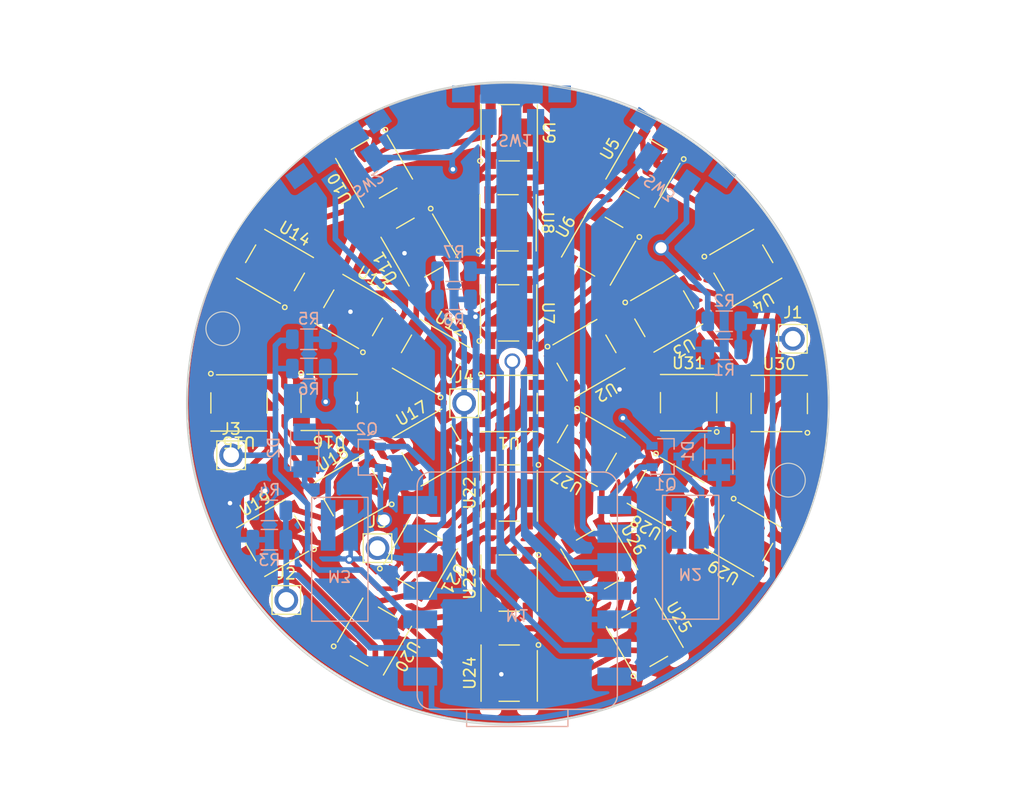
<source format=kicad_pcb>
(kicad_pcb (version 20221018) (generator pcbnew)

  (general
    (thickness 1.6)
  )

  (paper "A4")
  (layers
    (0 "F.Cu" signal)
    (31 "B.Cu" signal)
    (32 "B.Adhes" user "B.Adhesive")
    (33 "F.Adhes" user "F.Adhesive")
    (34 "B.Paste" user)
    (35 "F.Paste" user)
    (36 "B.SilkS" user "B.Silkscreen")
    (37 "F.SilkS" user "F.Silkscreen")
    (38 "B.Mask" user)
    (39 "F.Mask" user)
    (40 "Dwgs.User" user "User.Drawings")
    (41 "Cmts.User" user "User.Comments")
    (42 "Eco1.User" user "User.Eco1")
    (43 "Eco2.User" user "User.Eco2")
    (44 "Edge.Cuts" user)
    (45 "Margin" user)
    (46 "B.CrtYd" user "B.Courtyard")
    (47 "F.CrtYd" user "F.Courtyard")
    (48 "B.Fab" user)
    (49 "F.Fab" user)
    (50 "User.1" user)
    (51 "User.2" user)
    (52 "User.3" user)
    (53 "User.4" user)
    (54 "User.5" user)
    (55 "User.6" user)
    (56 "User.7" user)
    (57 "User.8" user)
    (58 "User.9" user)
  )

  (setup
    (stackup
      (layer "F.SilkS" (type "Top Silk Screen"))
      (layer "F.Paste" (type "Top Solder Paste"))
      (layer "F.Mask" (type "Top Solder Mask") (thickness 0.01))
      (layer "F.Cu" (type "copper") (thickness 0.035))
      (layer "dielectric 1" (type "core") (thickness 1.51) (material "FR4") (epsilon_r 4.5) (loss_tangent 0.02))
      (layer "B.Cu" (type "copper") (thickness 0.035))
      (layer "B.Mask" (type "Bottom Solder Mask") (thickness 0.01))
      (layer "B.Paste" (type "Bottom Solder Paste"))
      (layer "B.SilkS" (type "Bottom Silk Screen"))
      (copper_finish "None")
      (dielectric_constraints no)
    )
    (pad_to_mask_clearance 0)
    (grid_origin 92.096793 0)
    (pcbplotparams
      (layerselection 0x00010fc_ffffffff)
      (plot_on_all_layers_selection 0x0000000_00000000)
      (disableapertmacros false)
      (usegerberextensions false)
      (usegerberattributes true)
      (usegerberadvancedattributes true)
      (creategerberjobfile true)
      (dashed_line_dash_ratio 12.000000)
      (dashed_line_gap_ratio 3.000000)
      (svgprecision 4)
      (plotframeref false)
      (viasonmask false)
      (mode 1)
      (useauxorigin false)
      (hpglpennumber 1)
      (hpglpenspeed 20)
      (hpglpendiameter 15.000000)
      (dxfpolygonmode true)
      (dxfimperialunits true)
      (dxfusepcbnewfont true)
      (psnegative false)
      (psa4output false)
      (plotreference true)
      (plotvalue true)
      (plotinvisibletext false)
      (sketchpadsonfab false)
      (subtractmaskfromsilk false)
      (outputformat 1)
      (mirror false)
      (drillshape 0)
      (scaleselection 1)
      (outputdirectory "gerbers/")
    )
  )

  (net 0 "")
  (net 1 "unconnected-(M1-VUSB-Pad14)")
  (net 2 "GND")
  (net 3 "VCC")
  (net 4 "Net-(U1-DOUT)")
  (net 5 "Net-(U2-DOUT)")
  (net 6 "Net-(U3-DOUT)")
  (net 7 "Net-(U4-DOUT)")
  (net 8 "Net-(U5-DOUT)")
  (net 9 "Net-(U6-DOUT)")
  (net 10 "Net-(U7-DOUT)")
  (net 11 "Net-(U8-DOUT)")
  (net 12 "Net-(U10-DIN)")
  (net 13 "Net-(U10-DOUT)")
  (net 14 "Net-(U11-DOUT)")
  (net 15 "Net-(U12-DOUT)")
  (net 16 "Net-(U13-DOUT)")
  (net 17 "Net-(U14-DOUT)")
  (net 18 "Net-(U15-DOUT)")
  (net 19 "Net-(U16-DOUT)")
  (net 20 "/OUT17")
  (net 21 "Net-(U18-DOUT)")
  (net 22 "Net-(U19-DOUT)")
  (net 23 "Net-(U20-DOUT)")
  (net 24 "Net-(U21-DOUT)")
  (net 25 "Net-(U22-DOUT)")
  (net 26 "Net-(U23-DOUT)")
  (net 27 "Net-(U24-DOUT)")
  (net 28 "Net-(U25-DOUT)")
  (net 29 "Net-(U26-DOUT)")
  (net 30 "/OUT27")
  (net 31 "Net-(U28-DOUT)")
  (net 32 "Net-(U29-DOUT)")
  (net 33 "Net-(U30-DOUT)")
  (net 34 "unconnected-(U31-DOUT-Pad2)")
  (net 35 "Net-(D1-A)")
  (net 36 "Net-(D2-A)")
  (net 37 "/motor1")
  (net 38 "/motor2")
  (net 39 "/SW1")
  (net 40 "/SW2")
  (net 41 "/SW3")
  (net 42 "/cap_input1")
  (net 43 "/cap_input2")
  (net 44 "/cap_input3")
  (net 45 "/cap_input4")
  (net 46 "/cap_output")
  (net 47 "Net-(M1-D10)")

  (footprint "fab:PinHeader_1x01_P2.54mm_Vertical_THT_D1.4mm" (layer "F.Cu") (at 139.796793 68.2))

  (footprint "fab:LED_ADDR_Worldsemi_WS2812B" (layer "F.Cu") (at 100.696793 81.9 30))

  (footprint "fab:LED_ADDR_Worldsemi_WS2812B" (layer "F.Cu") (at 114.582193 73.949 180))

  (footprint "fab:LED_ADDR_Worldsemi_WS2812B" (layer "F.Cu") (at 93.796793 61.9 -30))

  (footprint "fab:LED_ADDR_Worldsemi_WS2812B" (layer "F.Cu") (at 122.657082 60.020913 60))

  (footprint "fab:PinHeader_1x01_P2.54mm_Vertical_THT_D1.4mm" (layer "F.Cu") (at 110.596793 73.925))

  (footprint "fab:LED_ADDR_Worldsemi_WS2812B" (layer "F.Cu") (at 100.73758 65.897908 -30))

  (footprint "fab:LED_ADDR_Worldsemi_WS2812B" (layer "F.Cu") (at 114.596793 97.9 90))

  (footprint "fab:LED_ADDR_Worldsemi_WS2812B" (layer "F.Cu") (at 130.532993 73.8744))

  (footprint "fab:LED_ADDR_Worldsemi_WS2812B" (layer "F.Cu") (at 138.585993 73.949))

  (footprint "fab:LED_ADDR_Worldsemi_WS2812B" (layer "F.Cu") (at 114.596793 49.9 -90))

  (footprint "fab:LED_ADDR_Worldsemi_WS2812B" (layer "F.Cu") (at 107.68858 77.861708 30))

  (footprint "fab:LED_ADDR_Worldsemi_WS2812B" (layer "F.Cu") (at 128.496793 81.9 150))

  (footprint "fab:LED_ADDR_Worldsemi_WS2812B" (layer "F.Cu") (at 114.596793 81.9 90))

  (footprint "fab:LED_ADDR_Worldsemi_WS2812B" (layer "F.Cu") (at 93.796793 85.9 30))

  (footprint "fab:LED_ADDR_Worldsemi_WS2812B" (layer "F.Cu") (at 102.596793 53.1 120))

  (footprint "fab:LED_ADDR_Worldsemi_WS2812B" (layer "F.Cu") (at 107.63758 69.897908 -30))

  (footprint "fab:LED_ADDR_Worldsemi_WS2812B" (layer "F.Cu") (at 135.396793 85.9 150))

  (footprint "fab:LED_ADDR_Worldsemi_WS2812B" (layer "F.Cu") (at 128.366583 65.974408 -150))

  (footprint "fab:PinHeader_1x01_P2.54mm_Vertical_THT_D1.4mm" (layer "F.Cu") (at 89.896793 78.544508))

  (footprint "fab:LED_ADDR_Worldsemi_WS2812B" (layer "F.Cu") (at 102.509685 94.652207 -120))

  (footprint "fab:LED_ADDR_Worldsemi_WS2812B" (layer "F.Cu") (at 126.596793 53.1 60))

  (footprint "fab:LED_ADDR_Worldsemi_WS2812B" (layer "F.Cu") (at 122.596793 87.8 -60))

  (footprint "fab:LED_ADDR_Worldsemi_WS2812B" (layer "F.Cu") (at 106.609685 87.752207 -120))

  (footprint "fab:LED_ADDR_Worldsemi_WS2812B" (layer "F.Cu") (at 114.596793 89.9 90))

  (footprint "fab:LED_ADDR_Worldsemi_WS2812B" (layer "F.Cu") (at 90.596793 73.9 180))

  (footprint "fab:LED_ADDR_Worldsemi_WS2812B" (layer "F.Cu") (at 114.496793 57.9 -90))

  (footprint "fab:LED_ADDR_Worldsemi_WS2812B" (layer "F.Cu") (at 98.607593 73.851 180))

  (footprint "fab:LED_ADDR_Worldsemi_WS2812B" (layer "F.Cu") (at 121.466583 69.9 -150))

  (footprint "fab:LED_ADDR_Worldsemi_WS2812B" (layer "F.Cu") (at 135.396793 61.9 -150))

  (footprint "fab:LED_ADDR_Worldsemi_WS2812B" (layer "F.Cu") (at 126.635085 94.691787 -60))

  (footprint "fab:PinHeader_1x01_P2.54mm_Vertical_THT_D1.4mm" (layer "F.Cu") (at 102.896793 86.8))

  (footprint "fab:PinHeader_1x01_P2.54mm_Vertical_THT_D1.4mm" (layer "F.Cu") (at 94.796793 91.4))

  (footprint "fab:LED_ADDR_Worldsemi_WS2812B" (layer "F.Cu") (at 121.496793 77.9 150))

  (footprint "fab:LED_ADDR_Worldsemi_WS2812B" (layer "F.Cu") (at 114.545793 65.9 -90))

  (footprint "fab:LED_ADDR_Worldsemi_WS2812B" (layer "F.Cu") (at 106.622385 60.1 120))

  (footprint "Resistor_SMD:R_1206_3216Metric" (layer "B.Cu") (at 93.296793 83.444508 180))

  (footprint "Resistor_SMD:R_1206_3216Metric" (layer "B.Cu") (at 133.696793 69.144508))

  (footprint "Resistor_SMD:R_1206_3216Metric" (layer "B.Cu") (at 133.696793 66.644508 180))

  (footprint "Resistor_SMD:R_1206_3216Metric" (layer "B.Cu") (at 93.296793 86.044508))

  (footprint "Resistor_SMD:R_1206_3216Metric" (layer "B.Cu") (at 96.796793 70.844508))

  (footprint "fab:SOD-123T" (layer "B.Cu") (at 133.217841 78.433064 90))

  (footprint "kicad_mes_composants:side_switch_aliexpress_without_holes" (layer "B.Cu") (at 126.443997 50.456369 -35))

  (footprint "Resistor_SMD:R_1206_3216Metric" (layer "B.Cu") (at 109.696793 64.7 180))

  (footprint "kicad_mes_composants:vibration_motor_yellow_without_hole" (layer "B.Cu") (at 99.514841 88.776898))

  (footprint "kicad_mes_composants:vibration_motor_yellow_without_hole" (layer "B.Cu") (at 130.676841 88.597898))

  (footprint "Resistor_SMD:R_1206_3216Metric" (layer "B.Cu") (at 96.796793 68.244508 180))

  (footprint "fab:SOT-23-3" (layer "B.Cu") (at 128.484841 78.657064))

  (footprint "kicad_mes_composants:side_switch_aliexpress_without_holes" (layer "B.Cu") (at 97.488706 54.388518 35))

  (footprint "fab:SOD-123T" (layer "B.Cu") (at 96.428841 78.135064 90))

  (footprint "Resistor_SMD:R_1206_3216Metric" (layer "B.Cu") (at 109.696793 62.2))

  (footprint "fab:SOT-23-3" (layer "B.Cu") (at 101.952841 78.728064 180))

  (footprint "kicad_mes_composants:SeedStudio_XIAO_without_holes" (layer "B.Cu")
    (tstamp b6ce8238-b1b0-4777-8718-786dccf7aec2)
    (at 115.311841 90.585064)
    (descr "Footprint for Seed Studio XIAO modules")
    (tags "xiao seed studio module")
    (property "Sheetfile" "pebble_board.kicad_sch")
    (property "Sheetname" "")
    (property "ki_description" "ESP32-C3 Transceiver; 802.11 a/b/g/n (Wi-Fi, WiFi, WLAN), Bluetooth® Smart 4.x Low Energy (BLE) 2.4GHz Evaluation Board")
    (property "ki_keywords" "SEEED STUDIO XIAO ESP32C3 WIFI+B 113991054")
    (path "/8b979528-3d69-413a-aa3c-6b0959a07e4d")
    (attr through_hole)
    (fp_text reference "M1" (at 0.0025 2.149 180 unlocked) (layer "B.SilkS")
        (effects (font (size 1 1) (thickness 0.15)) (justify mirror))
      (tstamp 3222ac79-0287-419e-a8ce-9abc19ed2dc0)
    )
    (fp_text value "Module_XIAO-ESP32C3" (at 0.0025 -0.391 180 unlocked) (layer "B.Fab")
        (effects (font (size 1 1) (thickness 0.15)) (justify mirror))
      (tstamp bb15d059-713a-40bc-9c22-51cafe0521fe)
    )
    (fp_text user "${REFERENCE}" (at 0.0025 -2.931 180 unlocked) (layer "B.Fab")
        (effects (font (size 1 1) (thickness 0.15)) (justify mirror))
      (tstamp ecda0871-7984-4e97-8739-8b13d1554132)
    )
    (fp_line (start -8.8875 -9.281) (end -8.8875 9.261)
      (stroke (width 0.12) (type solid)) (layer "B.SilkS") (tstamp 38f12dc4-1dc2-4643-a2a6-9b532b7e5094))
    (fp_line (start -7.6175 10.531) (end 7.6225 10.531)
      (stroke (width 0.12) (type solid)) (layer "B.SilkS") (tstamp 0bfc4f22-5394-4c15-ab67-d6a27d6dc2da))
    (fp_line (start 7.6225 -10.551) (end -7.6175 -10.551)
      (stroke (width 0.12) (type solid)) (layer "B.SilkS") (tstamp 47f1a8f2-2b18-4843-9f66-e3e5bae0b48e))
    (fp_line (start 8.8925 9.261) (end 8.8925 -9.281)
      (stroke (width 0.12) (type solid)) (layer "B.SilkS") (tstamp 35e1f00b-f603-43a6-a1cf-b4041110a748))
    (fp_rect (start -4.4975 10.531) (end 4.5025 12.055)
      (stroke (width 0.12) (type solid)) (fill none) (layer "B.SilkS") (tstamp 4ef84ba5-65ce-483f-9a8b-b5fb70f57ab9))
    (fp_arc (start -8.8875 -9.281) (mid -8.515526 -10.179026) (end -7.6175 -10.551)
      (stroke (width 0.12) (type solid)) (layer "B.SilkS") (tstamp 7d1aca1c-d998-4809-b208-3c5d0726357f))
    (fp_arc (start -7.6175 10.531) (mid -8.515526 10.159026) (end -8.8875 9.261)
      (stroke (width 0.12) (type solid)) (layer "B.SilkS") (tstamp 51d717ad-5eec-433a-8c18-10881f03e253))
    (fp_arc (start 7.6225 -10.551) (mid 8.520526 -10.179026) (end 8.8925 -9.281)
      (stroke (width 0.12) (type solid)) (layer "B.SilkS") (tstamp 3a1310af-62d5-4ddc-9d53-e6a250e7dcc3))
    (fp_arc (start 8.8925 9.261) (mid 8.520526 10.159026) (end 7.6225 10.531)
      (stroke (width 0.12) (type solid)) (layer "B.SilkS") (tstamp 71684c0a-8bac-4209-b361-bf9954d2650d))
    (pad "1" smd rect (at -7.615 7.62) (size 3 1.6) (drill (offset -1 0)) (layers "B.Cu" "B.Paste" "B.Mask")
      (net 45 "/cap_input4") (pinfunction "D0") (pintype "bidirectional") (tstamp f9c3ce67-a8b3-415a-9aa1-cbab782f0da6))
    (pad "2" smd rect (at -7.615 5.08) (size 3 1.6) (drill (offset -1 0)) (layers "B.Cu" "B.Paste" "B.Mask")
      (net 43 "/cap_input2") (pinfunction "D1") (pintype "bidirectional") (tstamp 2dd47d61-7536-4024-9129-174e18b8172d))
    (pad "3" smd rect (at -7.615 2.54) (size 3 1.6) (drill (offset -1 0)) (layers "B.Cu" "B.Paste" "B.Mask")
      (net 44 "/cap_input3") (pinfunction "D2") (pintype "bidirectional") (tstamp 89d38c6b-4c3a-4533-83dd-ce0e4bc71e01))
    (pad "4" smd rect (at -7.615 0) (size 3 1.6) (drill (offset -1 0)) (layers "B.Cu" "B.Paste" "B.Mask")
      (net 42 "/cap_input1") (pinfunction "D3") (pintype "bidirectional") (tstamp 06a325ba-1702-43e9-8ac8-f5c2ba2893f8))
    (pad "5" smd rect (at -7.615 -2.54) (size 3 1.6) (drill (offset -1 0)) (layers "B.Cu" "B.Paste" "B.Mask")
      (net 46 "/cap_output") (pinfunction "D4") (pintype "bidirectional") (tstamp 21cc0e7d-eb0d-49a9-a618-899e4e45d7be))
    (pad "6" smd rect (at -7.615 -5.08) (size 3 1.6) (drill (offset -1 0)) (layers "B.Cu" "B.Paste" "B.Mask")
      (net 40 "/SW2") (pinfunction "D5") (pintype "bidirectional") (tstamp fefda728-de54-4240-aa93-b3bf7a660453))
    (pad "7" smd rect (at -7.615 -7.62) (size 3 1.6) (drill (offset -1 0)) (layers "B.Cu" "B.Paste" "B.Mask")
      (net 38 "/motor2") (pinfunction "D6") (pintype "bidirectional") (tstamp 1a76e309-4f18-4447-ba35-a2009870ec0f))
    (pad "8" smd rect (at 7.62 -7.62) (size 3 1.6) (drill (offset 1 0)) (layers "B.Cu" "B.Paste" "B.Mask")
      (net 37 "/motor1") (pinfunction "D7") (pintype "bidirectional") (tstamp 2fbface6-5a4b-43c6-8e0d-3815f49551b9))
    (pad "9" smd rect (at 7.62 -5.08) (size 3 1.6) (drill (offset 1 0)) (layers "B.Cu" "B.Paste" "B.Mask")
      (net 41 "/SW3") (pinfunction "D8") (pintype "bidirectional") (tstamp f758097f-902b-47bd-b491-4b7456991f10))
    (pad "10" smd rect (at 7.62 -2.54) (size 3 1.6) (drill (offset 1 0)) (layers "B.Cu" "B.Paste" "B.Mask")
      (net 39 "/SW1") (pinfunction "D9") (pintype "bidirectional") (tstamp 28f61b5a-9dee-4b1c-b14a-23c6ad2e6eeb))
    (pad "11" smd rect (at 7.62 0) (size 3 1.6) (drill (offset 1 0)) (layers "B.Cu" "B.Paste" "B.Mask")
      (net 47 "Net-(M1-D10)") (pinfunction "D10") (pintype "bidirectional") (tstamp e362bb96-ff87-4760-9938-d8668a1ce493))
    (pad "12" smd rect (at 7.62 2.54) (size 3 1.6) (drill (offset 1 0)) (layers "B.Cu" "B.Paste" "B.Mask")
      (net 3 "VC
... [399730 chars truncated]
</source>
